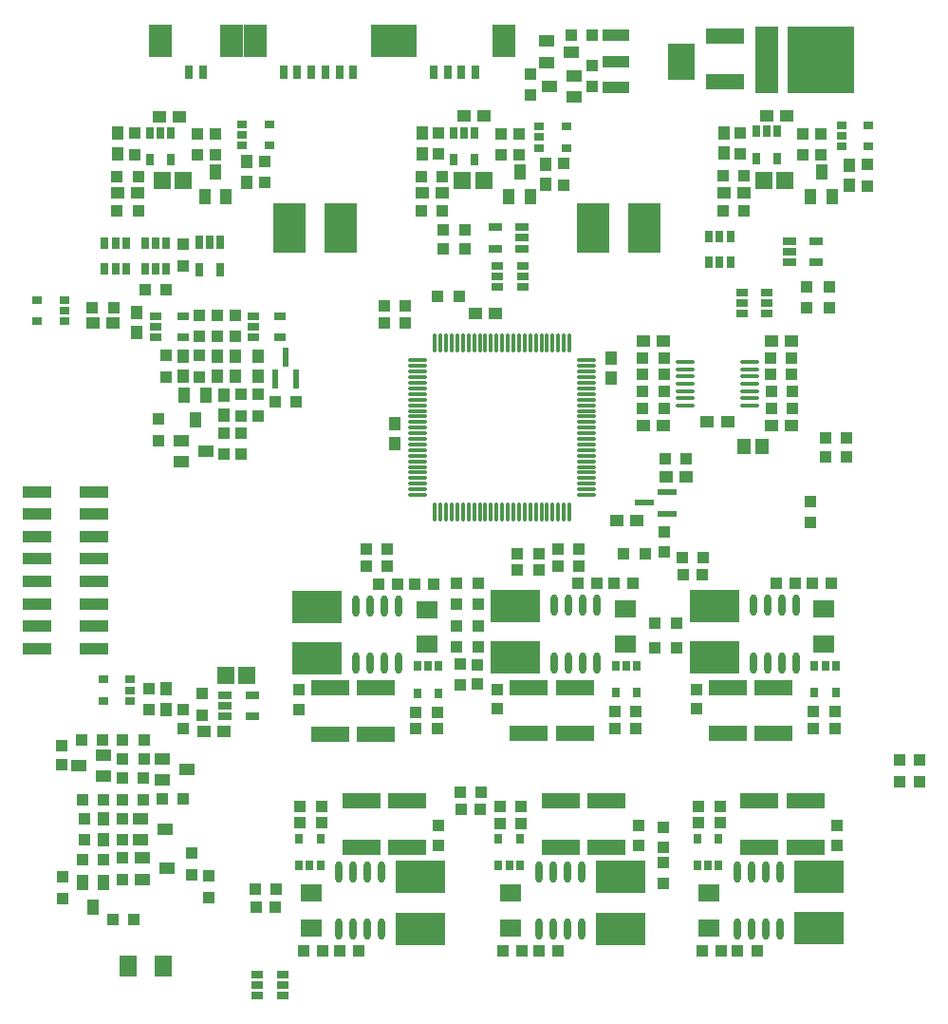
<source format=gbp>
%FSLAX44Y44*%
%MOMM*%
G71*
G01*
G75*
G04 Layer_Color=128*
%ADD10C,2.0000*%
%ADD11R,2.0000X1.2000*%
G04:AMPARAMS|DCode=12|XSize=4mm|YSize=10mm|CornerRadius=1mm|HoleSize=0mm|Usage=FLASHONLY|Rotation=0.000|XOffset=0mm|YOffset=0mm|HoleType=Round|Shape=RoundedRectangle|*
%AMROUNDEDRECTD12*
21,1,4.0000,8.0000,0,0,0.0*
21,1,2.0000,10.0000,0,0,0.0*
1,1,2.0000,1.0000,-4.0000*
1,1,2.0000,-1.0000,-4.0000*
1,1,2.0000,-1.0000,4.0000*
1,1,2.0000,1.0000,4.0000*
%
%ADD12ROUNDEDRECTD12*%
%ADD13R,2.1000X3.0000*%
%ADD14R,0.8000X1.3000*%
%ADD15R,3.0000X4.5000*%
%ADD16R,4.0000X4.0000*%
%ADD17R,3.5000X1.4000*%
%ADD18R,1.1000X1.1000*%
%ADD19R,5.6000X6.3500*%
%ADD20R,0.9100X3.0000*%
%ADD21R,4.5000X3.0000*%
%ADD22R,6.0000X2.0000*%
%ADD23R,6.0000X6.0000*%
%ADD24R,1.1000X1.2000*%
%ADD25R,1.0000X0.7000*%
%ADD26R,2.4000X1.0000*%
%ADD27R,2.4000X3.3000*%
%ADD28R,2.9000X5.4000*%
%ADD29R,1.4000X3.5000*%
%ADD30R,1.5000X1.9000*%
%ADD31R,0.6500X1.0500*%
%ADD32C,0.2000*%
%ADD33C,0.9000*%
%ADD34C,0.8000*%
%ADD35C,1.0000*%
%ADD36C,3.0000*%
%ADD37C,0.5000*%
%ADD38R,22.3500X3.2250*%
%ADD39R,20.3500X8.2500*%
%ADD40R,2.4250X1.3000*%
%ADD41R,2.0500X3.1250*%
%ADD42R,2.0500X3.4000*%
%ADD43R,2.0500X3.2750*%
%ADD44R,2.0500X3.8750*%
%ADD45R,2.0500X3.3750*%
%ADD46R,2.6500X3.9750*%
%ADD47R,2.0500X2.6500*%
%ADD48R,2.0750X1.9250*%
%ADD49R,2.5250X2.6750*%
%ADD50R,2.0500X2.4750*%
%ADD51R,2.0750X2.9750*%
%ADD52R,2.5750X2.6000*%
%ADD53R,2.0500X3.1500*%
%ADD54R,2.0500X3.1000*%
%ADD55R,3.9900X6.7000*%
%ADD56R,4.3240X3.9600*%
%ADD57R,4.5300X15.0600*%
%ADD58R,0.9250X1.1250*%
%ADD59R,4.5050X14.9600*%
%ADD60R,52.1900X2.9500*%
%ADD61R,4.5500X4.6000*%
%ADD62R,6.1000X8.1000*%
%ADD63R,2.4000X6.0670*%
%ADD64R,7.8000X3.9750*%
%ADD65R,10.8840X4.8000*%
%ADD66R,18.8000X1.0000*%
%ADD67R,1.6000X5.4000*%
%ADD68R,3.5000X11.1750*%
%ADD69R,3.8000X37.1000*%
%ADD70R,10.7750X4.8000*%
%ADD71R,2.4320X7.9440*%
%ADD72R,2.4000X2.8960*%
%ADD73R,1.9000X9.9750*%
%ADD74R,1.9750X10.1500*%
%ADD75R,1.0000X0.5750*%
%ADD76R,1.9750X6.4580*%
%ADD77R,3.4750X1.4000*%
%ADD78R,1.6750X2.9750*%
%ADD79R,2.4750X3.0000*%
%ADD80R,10.9000X15.4250*%
%ADD81C,4.0000*%
%ADD82C,1.5000*%
%ADD83R,1.5000X1.5000*%
%ADD84C,1.2000*%
%ADD85C,0.8000*%
%ADD86C,6.0000*%
%ADD87C,2.0000*%
%ADD88C,1.5000*%
%ADD89C,0.4000*%
%ADD90R,1.5250X3.8250*%
%ADD91R,6.0750X2.3000*%
%ADD92R,6.0000X2.2500*%
%ADD93R,5.3250X2.3250*%
%ADD94R,3.3750X30.3500*%
%ADD95R,3.9000X4.9750*%
%ADD96R,3.5250X0.9500*%
%ADD97R,2.6250X1.7750*%
%ADD98R,1.4500X2.4500*%
%ADD99R,2.4000X1.6250*%
%ADD100R,3.5250X0.8250*%
%ADD101R,2.6000X1.7250*%
%ADD102R,3.4250X0.7750*%
%ADD103R,2.4250X1.6250*%
%ADD104R,2.3750X1.3000*%
%ADD105C,5.8000*%
%ADD106C,1.0160*%
%ADD107O,2.0160X8.0160*%
%ADD108C,2.0160*%
%ADD109C,1.9160*%
%ADD110C,1.3160*%
%ADD111C,1.6160*%
%ADD112C,1.5160*%
%ADD113C,1.8160*%
%ADD114C,0.2540*%
%ADD115C,3.2160*%
%ADD116C,3.5160*%
%ADD117C,4.0160*%
%ADD118C,4.0000*%
%ADD119R,1.5250X3.8500*%
%ADD120R,3.9750X5.0250*%
%ADD121R,3.4250X30.3750*%
%ADD122R,6.0500X2.3250*%
%ADD123R,6.0250X2.3000*%
%ADD124R,5.3000X2.3000*%
%ADD125R,2.4500X1.2500*%
%ADD126R,2.4500X1.6500*%
%ADD127R,3.5500X0.8500*%
%ADD128R,2.4250X1.7250*%
%ADD129R,3.5250X1.0500*%
%ADD130R,3.4250X1.0750*%
%ADD131R,2.7000X1.7500*%
%ADD132R,1.5000X2.5250*%
%ADD133R,2.5250X1.6750*%
%ADD134R,3.6000X1.0000*%
%ADD135R,2.6750X1.7750*%
%ADD136R,2.5000X1.7250*%
%ADD137R,3.1000X1.5250*%
%ADD138C,0.2000*%
%ADD139R,0.7000X1.3000*%
%ADD140R,1.3000X0.7000*%
%ADD141R,1.8000X0.6000*%
%ADD142R,2.5000X1.0000*%
%ADD143O,0.6000X1.9500*%
%ADD144R,1.5000X1.6000*%
%ADD145R,1.2000X1.1000*%
%ADD146R,1.0000X1.4000*%
%ADD147R,1.4000X1.0000*%
%ADD148R,1.1000X1.1000*%
%ADD149R,0.6500X1.1000*%
%ADD150R,0.9000X0.6500*%
%ADD151R,1.1000X0.6500*%
%ADD152R,1.9000X1.5000*%
%ADD153R,1.0800X1.0500*%
%ADD154R,1.0000X1.1000*%
%ADD155R,0.6500X0.9000*%
%ADD156O,0.3000X1.8000*%
%ADD157O,1.8000X0.3000*%
%ADD158O,1.7000X0.3500*%
%ADD159R,1.0500X0.6500*%
%ADD160R,2.0000X6.0000*%
%ADD161R,6.0000X6.0000*%
%ADD162R,1.2000X1.4000*%
%ADD163R,0.6000X1.8000*%
%ADD164R,1.0500X1.0800*%
%ADD165C,0.6000*%
%ADD166R,1.0250X3.6500*%
%ADD167R,3.6250X0.6500*%
%ADD168R,1.5250X4.0500*%
%ADD169R,2.4750X4.2000*%
%ADD170R,2.4750X2.9000*%
%ADD171R,2.4750X2.8750*%
%ADD172R,4.7750X4.9500*%
%ADD173R,15.4900X3.0000*%
%ADD174R,3.9900X7.7900*%
%ADD175R,8.7000X3.0000*%
%ADD176R,0.6000X2.0600*%
%ADD177R,3.1900X1.5000*%
%ADD178R,3.2000X1.7100*%
%ADD179R,0.6100X3.1400*%
%ADD180R,2.4800X2.9900*%
%ADD181R,1.7500X1.4000*%
%ADD182R,1.4900X1.4000*%
%ADD183R,0.6000X1.8000*%
%ADD184R,0.6000X2.8900*%
%ADD185R,2.7000X1.8000*%
%ADD186R,32.0000X1.3000*%
%ADD187R,2.7000X3.6000*%
%ADD188R,2.7000X3.9000*%
%ADD189R,2.7000X2.7000*%
%ADD190R,2.7000X3.5000*%
%ADD191R,4.7000X1.9000*%
%ADD192R,2.7000X3.3000*%
%ADD193R,4.9000X2.7000*%
%ADD194R,7.1000X2.5000*%
%ADD195R,52.4000X2.9500*%
%ADD196R,3.1000X4.5000*%
%ADD197R,13.8000X1.3000*%
%ADD198R,1.7000X3.2000*%
%ADD199R,4.9000X1.5000*%
%ADD200R,1.3000X3.2000*%
%ADD201R,3.5000X3.9000*%
%ADD202R,4.6750X7.4250*%
%ADD203R,6.2500X7.6250*%
%ADD204R,4.6000X7.4500*%
%ADD205R,6.1250X7.5500*%
%ADD206R,4.6500X2.4000*%
%ADD207R,5.4000X2.4750*%
%ADD208R,2.2500X3.0000*%
%ADD209R,2.6500X3.0250*%
D13*
X303390Y819880D02*
D03*
X391890D02*
D03*
X282890Y819880D02*
D03*
X169390D02*
D03*
X85140Y819880D02*
D03*
X148640D02*
D03*
D14*
X328750Y791500D02*
D03*
X341250D02*
D03*
X353750D02*
D03*
X366250D02*
D03*
X257250D02*
D03*
X244750D02*
D03*
X194750D02*
D03*
X207250D02*
D03*
X219750D02*
D03*
X232250D02*
D03*
X110500Y791500D02*
D03*
X123000D02*
D03*
D15*
X246000Y653000D02*
D03*
X200000D02*
D03*
X516750D02*
D03*
X470750D02*
D03*
D17*
X277600Y201900D02*
D03*
Y242900D02*
D03*
X454890Y243500D02*
D03*
Y202500D02*
D03*
X632280Y202520D02*
D03*
Y243520D02*
D03*
X442360Y101060D02*
D03*
Y142060D02*
D03*
X264250Y142080D02*
D03*
Y101080D02*
D03*
X619710Y101190D02*
D03*
Y142190D02*
D03*
X236600Y201900D02*
D03*
Y242900D02*
D03*
X413890Y243500D02*
D03*
Y202500D02*
D03*
X591280Y202520D02*
D03*
Y243520D02*
D03*
X483360Y101060D02*
D03*
Y142060D02*
D03*
X305250Y142080D02*
D03*
Y101080D02*
D03*
X660710Y101190D02*
D03*
Y142190D02*
D03*
X589000Y824000D02*
D03*
Y783000D02*
D03*
D18*
X128000Y56500D02*
D03*
Y75500D02*
D03*
X117840Y717830D02*
D03*
Y736830D02*
D03*
X389320Y717810D02*
D03*
Y736810D02*
D03*
X658660Y718040D02*
D03*
Y737040D02*
D03*
X133840Y736830D02*
D03*
Y717830D02*
D03*
X405320Y736810D02*
D03*
Y717810D02*
D03*
X674660Y737040D02*
D03*
Y718040D02*
D03*
X62000Y718500D02*
D03*
Y737500D02*
D03*
X333320Y718810D02*
D03*
Y737810D02*
D03*
X602660Y719040D02*
D03*
Y738040D02*
D03*
X136000Y575500D02*
D03*
Y556500D02*
D03*
X152000Y575500D02*
D03*
Y556500D02*
D03*
X120000Y539500D02*
D03*
Y520500D02*
D03*
X83000Y482500D02*
D03*
Y463500D02*
D03*
X120000Y575500D02*
D03*
Y556500D02*
D03*
X157000Y470500D02*
D03*
Y451500D02*
D03*
X172000Y504500D02*
D03*
Y485500D02*
D03*
X142000Y470500D02*
D03*
Y451500D02*
D03*
X157000Y485500D02*
D03*
Y504500D02*
D03*
X90000Y520500D02*
D03*
Y539500D02*
D03*
X17000Y107500D02*
D03*
Y126500D02*
D03*
X51000Y72500D02*
D03*
Y91500D02*
D03*
X51000Y162500D02*
D03*
Y143500D02*
D03*
Y126500D02*
D03*
Y107500D02*
D03*
X70000Y162500D02*
D03*
Y143500D02*
D03*
X113000Y76500D02*
D03*
Y95500D02*
D03*
X415000Y790500D02*
D03*
Y771500D02*
D03*
X122000Y218750D02*
D03*
Y237750D02*
D03*
X470000Y779000D02*
D03*
Y798000D02*
D03*
X-2000Y74500D02*
D03*
Y55500D02*
D03*
X682000Y581500D02*
D03*
Y600500D02*
D03*
X662000Y581500D02*
D03*
Y600500D02*
D03*
X105000Y619500D02*
D03*
Y638500D02*
D03*
X665000Y409500D02*
D03*
Y390500D02*
D03*
X75000Y242500D02*
D03*
Y223500D02*
D03*
X716000Y690500D02*
D03*
Y709500D02*
D03*
X178000Y693500D02*
D03*
Y712500D02*
D03*
X445000Y691500D02*
D03*
Y710500D02*
D03*
X353000Y264500D02*
D03*
Y245500D02*
D03*
X534000Y87500D02*
D03*
Y68500D02*
D03*
X745000Y178500D02*
D03*
Y159500D02*
D03*
X762000Y178500D02*
D03*
Y159500D02*
D03*
D21*
X224600Y269400D02*
D03*
Y315400D02*
D03*
X401890Y270000D02*
D03*
Y316000D02*
D03*
X579280Y270020D02*
D03*
Y316020D02*
D03*
X495360Y74560D02*
D03*
Y28560D02*
D03*
X317250Y74580D02*
D03*
Y28580D02*
D03*
X672710Y74690D02*
D03*
Y28690D02*
D03*
D24*
X46840Y719330D02*
D03*
Y737330D02*
D03*
X318320Y719310D02*
D03*
Y737310D02*
D03*
X587660Y719540D02*
D03*
Y737540D02*
D03*
X152000Y539000D02*
D03*
Y521000D02*
D03*
X142000Y486000D02*
D03*
Y504000D02*
D03*
X105000Y521000D02*
D03*
Y539000D02*
D03*
X34000Y108000D02*
D03*
Y126000D02*
D03*
X294000Y461000D02*
D03*
Y479000D02*
D03*
X487000Y519000D02*
D03*
Y537000D02*
D03*
X136000Y521000D02*
D03*
Y539000D02*
D03*
X172000Y521000D02*
D03*
Y539000D02*
D03*
X64000Y560000D02*
D03*
Y578000D02*
D03*
X90000Y242000D02*
D03*
Y224000D02*
D03*
X700000Y709000D02*
D03*
Y691000D02*
D03*
X162000Y712000D02*
D03*
Y694000D02*
D03*
X429000Y710000D02*
D03*
Y692000D02*
D03*
D26*
X491500Y778500D02*
D03*
Y801500D02*
D03*
Y824500D02*
D03*
D27*
X549500Y801500D02*
D03*
D30*
X87500Y-5000D02*
D03*
X56500D02*
D03*
D31*
X35500Y616750D02*
D03*
X45000D02*
D03*
X54500D02*
D03*
Y639250D02*
D03*
X45000D02*
D03*
X35500D02*
D03*
X574500Y622750D02*
D03*
X584000D02*
D03*
X593500D02*
D03*
Y645250D02*
D03*
X584000D02*
D03*
X574500D02*
D03*
X71500Y639250D02*
D03*
X81000D02*
D03*
X90500D02*
D03*
Y616750D02*
D03*
X81000D02*
D03*
X71500D02*
D03*
D139*
X119500Y616000D02*
D03*
X138500D02*
D03*
Y640000D02*
D03*
X129000D02*
D03*
X119500D02*
D03*
D140*
X384000Y653750D02*
D03*
Y634750D02*
D03*
X408000D02*
D03*
Y644250D02*
D03*
Y653750D02*
D03*
X167000Y217500D02*
D03*
Y236500D02*
D03*
X143000D02*
D03*
Y227000D02*
D03*
Y217500D02*
D03*
X646000Y622500D02*
D03*
Y632000D02*
D03*
Y641500D02*
D03*
X670000D02*
D03*
Y622500D02*
D03*
D141*
X517000Y408000D02*
D03*
X537000Y398500D02*
D03*
Y417500D02*
D03*
D142*
X25400Y417980D02*
D03*
X-25400D02*
D03*
Y397980D02*
D03*
X25400D02*
D03*
X-25400Y377980D02*
D03*
X25400D02*
D03*
X-25400Y357980D02*
D03*
X25400D02*
D03*
X-25400Y337980D02*
D03*
X25400D02*
D03*
X-25400Y317980D02*
D03*
X25400D02*
D03*
X-25400Y297980D02*
D03*
X25400D02*
D03*
X-25400Y277980D02*
D03*
X25400D02*
D03*
D143*
X638180Y28210D02*
D03*
X625480D02*
D03*
X612780D02*
D03*
X600080D02*
D03*
X638180Y79210D02*
D03*
X625480D02*
D03*
X612780D02*
D03*
X600080D02*
D03*
X282720Y28100D02*
D03*
X270020D02*
D03*
X257320D02*
D03*
X244620D02*
D03*
X282720Y79100D02*
D03*
X270020D02*
D03*
X257320D02*
D03*
X244620D02*
D03*
X460830Y28080D02*
D03*
X448130D02*
D03*
X435430D02*
D03*
X422730D02*
D03*
X460830Y79080D02*
D03*
X448130D02*
D03*
X435430D02*
D03*
X422730D02*
D03*
X613810Y316500D02*
D03*
X626510D02*
D03*
X639210D02*
D03*
X651910D02*
D03*
X613810Y265500D02*
D03*
X626510D02*
D03*
X639210D02*
D03*
X651910D02*
D03*
X436420Y316480D02*
D03*
X449120D02*
D03*
X461820D02*
D03*
X474520D02*
D03*
X436420Y265480D02*
D03*
X449120D02*
D03*
X461820D02*
D03*
X474520D02*
D03*
X259130Y315880D02*
D03*
X271830D02*
D03*
X284530D02*
D03*
X297230D02*
D03*
X259130Y264880D02*
D03*
X271830D02*
D03*
X284530D02*
D03*
X297230D02*
D03*
D144*
X86500Y695000D02*
D03*
X105500D02*
D03*
X354500D02*
D03*
X373500D02*
D03*
X623500D02*
D03*
X642500D02*
D03*
X162500Y254000D02*
D03*
X143500D02*
D03*
D145*
X64840Y684080D02*
D03*
X46840D02*
D03*
X336320Y684060D02*
D03*
X318320D02*
D03*
X605660Y684290D02*
D03*
X587660D02*
D03*
X536000Y431000D02*
D03*
X554000D02*
D03*
X630000Y552250D02*
D03*
X648000D02*
D03*
X630500Y477250D02*
D03*
X648500D02*
D03*
X534000Y477250D02*
D03*
X516000D02*
D03*
X534000Y552250D02*
D03*
X516000D02*
D03*
X591000Y480250D02*
D03*
X573000D02*
D03*
X365750Y577000D02*
D03*
X383750D02*
D03*
X25000Y568000D02*
D03*
X43000D02*
D03*
X84000Y752000D02*
D03*
X102000D02*
D03*
X356000Y753000D02*
D03*
X374000D02*
D03*
X626000D02*
D03*
X644000D02*
D03*
X142000Y204000D02*
D03*
X124000D02*
D03*
X492000Y392000D02*
D03*
X510000D02*
D03*
D146*
X143590Y680829D02*
D03*
X124590D02*
D03*
X134090Y702831D02*
D03*
X415070Y680809D02*
D03*
X396070D02*
D03*
X405570Y702811D02*
D03*
X684410Y681039D02*
D03*
X665410D02*
D03*
X674910Y703041D02*
D03*
X106500Y504001D02*
D03*
X125500D02*
D03*
X116000Y481999D02*
D03*
X15500Y70001D02*
D03*
X34500D02*
D03*
X25000Y47999D02*
D03*
D147*
X103999Y444500D02*
D03*
Y463500D02*
D03*
X126001Y454000D02*
D03*
X34001Y183500D02*
D03*
Y164500D02*
D03*
X11999Y174000D02*
D03*
X66999Y107500D02*
D03*
Y126500D02*
D03*
X89001Y117000D02*
D03*
X87155Y160844D02*
D03*
Y179843D02*
D03*
X109156Y170343D02*
D03*
X68749Y72500D02*
D03*
Y91500D02*
D03*
X90751Y82000D02*
D03*
X429999Y800500D02*
D03*
Y819500D02*
D03*
X452001Y810000D02*
D03*
X454001Y788500D02*
D03*
Y769500D02*
D03*
X431999Y779000D02*
D03*
D148*
X46340Y668080D02*
D03*
X65340D02*
D03*
X317820Y668060D02*
D03*
X336820D02*
D03*
X587160Y668290D02*
D03*
X606160D02*
D03*
X65340Y699080D02*
D03*
X46340D02*
D03*
X336820Y699060D02*
D03*
X317820D02*
D03*
X606160Y699290D02*
D03*
X587160D02*
D03*
X187500Y498000D02*
D03*
X206500D02*
D03*
X34500Y143000D02*
D03*
X15500D02*
D03*
X33500Y197000D02*
D03*
X14500D02*
D03*
X70500Y180000D02*
D03*
X51500D02*
D03*
X51500Y197000D02*
D03*
X70500D02*
D03*
X105500Y144000D02*
D03*
X86500D02*
D03*
X61500Y37000D02*
D03*
X42500D02*
D03*
X332100Y221400D02*
D03*
X313100D02*
D03*
X509390Y222000D02*
D03*
X490390D02*
D03*
X686780Y222020D02*
D03*
X667780D02*
D03*
X387860Y122560D02*
D03*
X406860D02*
D03*
X209750Y122580D02*
D03*
X228750D02*
D03*
X565210Y122690D02*
D03*
X584210D02*
D03*
X332100Y206400D02*
D03*
X313100D02*
D03*
X509390Y207000D02*
D03*
X490390D02*
D03*
X686780Y207020D02*
D03*
X667780D02*
D03*
X387860Y137560D02*
D03*
X406860D02*
D03*
X209750Y137580D02*
D03*
X228750D02*
D03*
X565210Y137690D02*
D03*
X584210D02*
D03*
X535500Y447000D02*
D03*
X554500D02*
D03*
X629500Y522250D02*
D03*
X648500D02*
D03*
X649000Y507250D02*
D03*
X630000D02*
D03*
X534500Y507250D02*
D03*
X515500D02*
D03*
X515500Y522250D02*
D03*
X534500D02*
D03*
X629500Y537250D02*
D03*
X648500D02*
D03*
X630000Y492250D02*
D03*
X649000D02*
D03*
X534500Y492250D02*
D03*
X515500D02*
D03*
X534500Y537250D02*
D03*
X515500D02*
D03*
X451500Y824500D02*
D03*
X470500D02*
D03*
X15500Y90000D02*
D03*
X34500D02*
D03*
X356500Y634000D02*
D03*
X337500D02*
D03*
X337500Y651000D02*
D03*
X356500D02*
D03*
X71500Y598000D02*
D03*
X90500D02*
D03*
X287500Y367000D02*
D03*
X268500D02*
D03*
X349500Y280000D02*
D03*
X368500D02*
D03*
X526500Y279000D02*
D03*
X545500D02*
D03*
X422500Y363000D02*
D03*
X403500D02*
D03*
X368500Y336000D02*
D03*
X349500D02*
D03*
X439500Y367000D02*
D03*
X458500D02*
D03*
X268500Y352000D02*
D03*
X287500D02*
D03*
X368500Y298000D02*
D03*
X349500D02*
D03*
X545500Y301000D02*
D03*
X526500D02*
D03*
X403500Y348000D02*
D03*
X422500D02*
D03*
X349500Y318000D02*
D03*
X368500D02*
D03*
X458500Y352000D02*
D03*
X439500D02*
D03*
X678500Y449000D02*
D03*
X697500D02*
D03*
X678500Y466000D02*
D03*
X697500D02*
D03*
X303500Y584000D02*
D03*
X284500D02*
D03*
X351500Y592000D02*
D03*
X332500D02*
D03*
X303500Y568000D02*
D03*
X284500D02*
D03*
X24500Y582000D02*
D03*
X43500D02*
D03*
X517500Y363000D02*
D03*
X498500D02*
D03*
X569500Y359000D02*
D03*
X550500D02*
D03*
X371500Y150000D02*
D03*
X352500D02*
D03*
X188500Y64000D02*
D03*
X169500D02*
D03*
D149*
X75500Y738000D02*
D03*
X85000D02*
D03*
X94500D02*
D03*
Y714000D02*
D03*
X75500D02*
D03*
X346500Y738000D02*
D03*
X356000D02*
D03*
X365500D02*
D03*
Y714000D02*
D03*
X346500D02*
D03*
X616500Y739000D02*
D03*
X626000D02*
D03*
X635500D02*
D03*
Y715000D02*
D03*
X616500D02*
D03*
D150*
X158000Y726500D02*
D03*
Y736000D02*
D03*
Y745500D02*
D03*
X182000D02*
D03*
Y726500D02*
D03*
X423000Y724500D02*
D03*
Y734000D02*
D03*
Y743500D02*
D03*
X447000D02*
D03*
Y724500D02*
D03*
X693000Y725500D02*
D03*
Y735000D02*
D03*
Y744500D02*
D03*
X717000D02*
D03*
Y725500D02*
D03*
X-600Y588800D02*
D03*
Y579300D02*
D03*
Y569800D02*
D03*
X-24600D02*
D03*
Y588800D02*
D03*
X58000Y250500D02*
D03*
Y241000D02*
D03*
Y231500D02*
D03*
X34000D02*
D03*
Y250500D02*
D03*
D151*
X168000Y555500D02*
D03*
Y565000D02*
D03*
Y574500D02*
D03*
X192000D02*
D03*
Y555500D02*
D03*
X81000D02*
D03*
Y565000D02*
D03*
Y574500D02*
D03*
X105000D02*
D03*
Y555500D02*
D03*
D152*
X322600Y312900D02*
D03*
Y281900D02*
D03*
X499890Y313500D02*
D03*
Y282500D02*
D03*
X677280Y313520D02*
D03*
Y282520D02*
D03*
X397360Y29060D02*
D03*
Y60060D02*
D03*
X219250Y29080D02*
D03*
Y60080D02*
D03*
X574710Y29190D02*
D03*
Y60190D02*
D03*
D153*
X208600Y241150D02*
D03*
Y223650D02*
D03*
X385890Y241750D02*
D03*
Y224250D02*
D03*
X563280Y241770D02*
D03*
Y224270D02*
D03*
X511360Y102810D02*
D03*
Y120310D02*
D03*
X333250Y102830D02*
D03*
Y120330D02*
D03*
X688710Y102940D02*
D03*
Y120440D02*
D03*
X368000Y263750D02*
D03*
Y246250D02*
D03*
X535000Y364250D02*
D03*
Y381750D02*
D03*
X534000Y101250D02*
D03*
Y118750D02*
D03*
D154*
X312099Y335400D02*
D03*
X329099D02*
D03*
X489389Y336000D02*
D03*
X506389D02*
D03*
X666779Y336020D02*
D03*
X683779D02*
D03*
X407861Y8560D02*
D03*
X390861D02*
D03*
X229751Y8580D02*
D03*
X212751D02*
D03*
X585211Y8690D02*
D03*
X568211D02*
D03*
X280099Y335400D02*
D03*
X297099D02*
D03*
X457389Y336000D02*
D03*
X474389D02*
D03*
X634779Y336020D02*
D03*
X651779D02*
D03*
X439861Y8560D02*
D03*
X422861D02*
D03*
X261751Y8580D02*
D03*
X244751D02*
D03*
X617211Y8690D02*
D03*
X600211D02*
D03*
X-3000Y174500D02*
D03*
Y191500D02*
D03*
X105000Y206500D02*
D03*
Y223500D02*
D03*
D155*
X314100Y262400D02*
D03*
X323600D02*
D03*
X333100D02*
D03*
Y238400D02*
D03*
X314100D02*
D03*
X491390Y263000D02*
D03*
X500890D02*
D03*
X510390D02*
D03*
Y239000D02*
D03*
X491390D02*
D03*
X668780Y263020D02*
D03*
X678280D02*
D03*
X687780D02*
D03*
Y239020D02*
D03*
X668780D02*
D03*
X405860Y84560D02*
D03*
X396360D02*
D03*
X386860D02*
D03*
Y108560D02*
D03*
X405860D02*
D03*
X227750Y84580D02*
D03*
X218250D02*
D03*
X208750D02*
D03*
Y108580D02*
D03*
X227750D02*
D03*
X583210Y84690D02*
D03*
X573710D02*
D03*
X564210D02*
D03*
Y108690D02*
D03*
X583210D02*
D03*
D156*
X450000Y399500D02*
D03*
X445000D02*
D03*
X440000D02*
D03*
X435000D02*
D03*
X430000D02*
D03*
X425000D02*
D03*
X420000D02*
D03*
X415000D02*
D03*
X410000D02*
D03*
X405000D02*
D03*
X400000D02*
D03*
X395000D02*
D03*
X390000D02*
D03*
X385000D02*
D03*
X380000D02*
D03*
X375000D02*
D03*
X370000D02*
D03*
X365000D02*
D03*
X360000D02*
D03*
X355000D02*
D03*
X350000D02*
D03*
X345000D02*
D03*
X340000D02*
D03*
X335000D02*
D03*
X330000D02*
D03*
Y550500D02*
D03*
X335000D02*
D03*
X340000D02*
D03*
X345000D02*
D03*
X350000D02*
D03*
X355000D02*
D03*
X360000D02*
D03*
X365000D02*
D03*
X370000D02*
D03*
X375000D02*
D03*
X380000D02*
D03*
X385000D02*
D03*
X390000D02*
D03*
X395000D02*
D03*
X400000D02*
D03*
X405000D02*
D03*
X410000D02*
D03*
X415000D02*
D03*
X420000D02*
D03*
X425000D02*
D03*
X430000D02*
D03*
X435000D02*
D03*
X440000D02*
D03*
X445000D02*
D03*
X450000D02*
D03*
D157*
X314500Y415000D02*
D03*
Y420000D02*
D03*
Y425000D02*
D03*
Y430000D02*
D03*
Y435000D02*
D03*
Y440000D02*
D03*
Y445000D02*
D03*
Y450000D02*
D03*
Y455000D02*
D03*
Y460000D02*
D03*
Y465000D02*
D03*
Y470000D02*
D03*
Y475000D02*
D03*
Y480000D02*
D03*
Y485000D02*
D03*
Y490000D02*
D03*
Y495000D02*
D03*
Y500000D02*
D03*
Y505000D02*
D03*
Y510000D02*
D03*
Y515000D02*
D03*
Y520000D02*
D03*
Y525000D02*
D03*
Y530000D02*
D03*
Y535000D02*
D03*
X465500D02*
D03*
Y530000D02*
D03*
Y525000D02*
D03*
Y520000D02*
D03*
Y515000D02*
D03*
Y510000D02*
D03*
Y505000D02*
D03*
Y500000D02*
D03*
Y495000D02*
D03*
Y490000D02*
D03*
Y485000D02*
D03*
Y480000D02*
D03*
Y475000D02*
D03*
Y470000D02*
D03*
Y465000D02*
D03*
Y460000D02*
D03*
Y455000D02*
D03*
Y450000D02*
D03*
Y445000D02*
D03*
Y440000D02*
D03*
Y435000D02*
D03*
Y430000D02*
D03*
Y425000D02*
D03*
Y420000D02*
D03*
Y415000D02*
D03*
D158*
X610500Y533750D02*
D03*
Y527250D02*
D03*
Y520750D02*
D03*
Y514250D02*
D03*
Y507750D02*
D03*
Y501250D02*
D03*
Y494750D02*
D03*
X553500Y533750D02*
D03*
Y527250D02*
D03*
Y520750D02*
D03*
Y514250D02*
D03*
Y507750D02*
D03*
Y501250D02*
D03*
Y494750D02*
D03*
D159*
X171750Y-12500D02*
D03*
Y-22000D02*
D03*
Y-31500D02*
D03*
X194250D02*
D03*
Y-22000D02*
D03*
Y-12500D02*
D03*
X603750Y576500D02*
D03*
Y586000D02*
D03*
Y595500D02*
D03*
X626250D02*
D03*
Y586000D02*
D03*
Y576500D02*
D03*
X408250Y619500D02*
D03*
Y610000D02*
D03*
Y600500D02*
D03*
X385750D02*
D03*
Y610000D02*
D03*
Y619500D02*
D03*
D160*
X626000Y802500D02*
D03*
D161*
X674100D02*
D03*
D162*
X622000Y458000D02*
D03*
X606000D02*
D03*
D163*
X206500Y518000D02*
D03*
X187500D02*
D03*
X197000Y538000D02*
D03*
D164*
X568750Y344000D02*
D03*
X551250D02*
D03*
X370750Y135000D02*
D03*
X353250D02*
D03*
X187750Y48000D02*
D03*
X170250D02*
D03*
M02*

</source>
